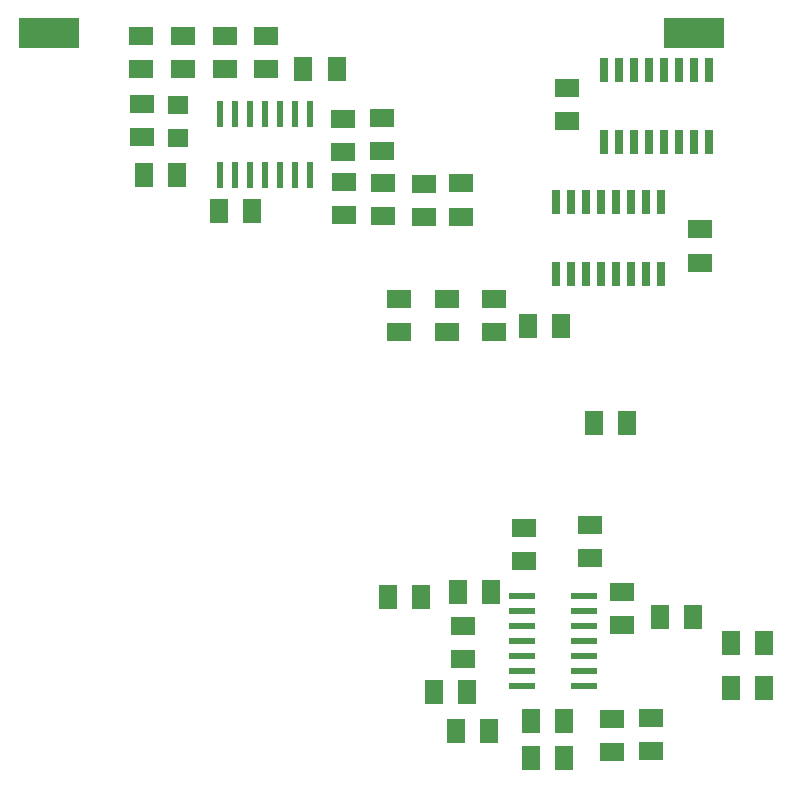
<source format=gbr>
G04 EAGLE Gerber X2 export*
%TF.Part,Single*%
%TF.FileFunction,Paste,Top*%
%TF.FilePolarity,Positive*%
%TF.GenerationSoftware,Autodesk,EAGLE,9.2.2*%
%TF.CreationDate,2019-03-16T21:24:14Z*%
G75*
%MOMM*%
%FSLAX34Y34*%
%LPD*%
%INSolderpaste Top*%
%AMOC8*
5,1,8,0,0,1.08239X$1,22.5*%
G01*
%ADD10R,1.800000X1.600000*%
%ADD11R,0.660400X2.032000*%
%ADD12R,0.600000X2.200000*%
%ADD13R,1.600000X2.000000*%
%ADD14R,2.000000X1.600000*%
%ADD15R,2.200000X0.600000*%
%ADD16R,5.080000X2.540000*%


D10*
X146017Y568112D03*
X146017Y596112D03*
D11*
X555501Y514458D03*
X555501Y452990D03*
X542801Y514458D03*
X530101Y514458D03*
X542801Y452990D03*
X530101Y452990D03*
X517401Y514458D03*
X517401Y452990D03*
X504701Y514458D03*
X504701Y452990D03*
X492001Y514458D03*
X479301Y514458D03*
X492001Y452990D03*
X479301Y452990D03*
X466601Y514458D03*
X466601Y452990D03*
X596177Y626312D03*
X596177Y564844D03*
X583477Y626312D03*
X570777Y626312D03*
X583477Y564844D03*
X570777Y564844D03*
X558077Y626312D03*
X558077Y564844D03*
X545377Y626312D03*
X545377Y564844D03*
X532677Y626312D03*
X519977Y626312D03*
X532677Y564844D03*
X519977Y564844D03*
X507277Y626312D03*
X507277Y564844D03*
D12*
X245743Y589132D03*
X245743Y537132D03*
X258443Y589132D03*
X233043Y589132D03*
X220343Y589132D03*
X258443Y537132D03*
X233043Y537132D03*
X220343Y537132D03*
X194943Y589132D03*
X194943Y537132D03*
X207643Y589132D03*
X182243Y589132D03*
X207643Y537132D03*
X182243Y537132D03*
D13*
X498520Y326961D03*
X526520Y326961D03*
D14*
X150363Y654662D03*
X150363Y626662D03*
X185802Y654662D03*
X185802Y626662D03*
X221241Y654662D03*
X221241Y626662D03*
X588083Y462984D03*
X588083Y490984D03*
X115962Y597061D03*
X115962Y569061D03*
X475433Y611165D03*
X475433Y583165D03*
X354428Y501446D03*
X354428Y529446D03*
X318659Y585508D03*
X318659Y557508D03*
X385618Y501930D03*
X385618Y529930D03*
X285999Y584900D03*
X285999Y556900D03*
D13*
X117376Y537194D03*
X145376Y537194D03*
D14*
X320206Y530599D03*
X320206Y502599D03*
X333213Y432097D03*
X333213Y404097D03*
X373745Y432097D03*
X373745Y404097D03*
X414277Y432097D03*
X414277Y404097D03*
D13*
X209339Y506608D03*
X181339Y506608D03*
X252580Y626559D03*
X280580Y626559D03*
D15*
X437683Y168091D03*
X489683Y168091D03*
X437683Y180791D03*
X437683Y155391D03*
X437683Y142691D03*
X489683Y180791D03*
X489683Y155391D03*
X489683Y142691D03*
X437683Y117291D03*
X489683Y117291D03*
X437683Y129991D03*
X437683Y104591D03*
X489683Y129991D03*
X489683Y104591D03*
D14*
X439424Y238310D03*
X439424Y210310D03*
D13*
X470326Y409311D03*
X442326Y409311D03*
X362791Y99135D03*
X390791Y99135D03*
X445048Y43189D03*
X473048Y43189D03*
D14*
X495232Y240481D03*
X495232Y212481D03*
D13*
X554336Y163229D03*
X582336Y163229D03*
D14*
X547217Y77266D03*
X547217Y49266D03*
X521926Y183937D03*
X521926Y155937D03*
X387583Y155475D03*
X387583Y127475D03*
D13*
X383363Y183890D03*
X411363Y183890D03*
D14*
X513718Y48743D03*
X513718Y76743D03*
D13*
X614451Y103014D03*
X642451Y103014D03*
X444910Y75138D03*
X472910Y75138D03*
X409620Y66040D03*
X381620Y66040D03*
X324263Y179802D03*
X352263Y179802D03*
X642300Y141245D03*
X614300Y141245D03*
D14*
X114923Y654662D03*
X114923Y626662D03*
X286623Y503255D03*
X286623Y531255D03*
D16*
X583000Y657000D03*
X37000Y657000D03*
M02*

</source>
